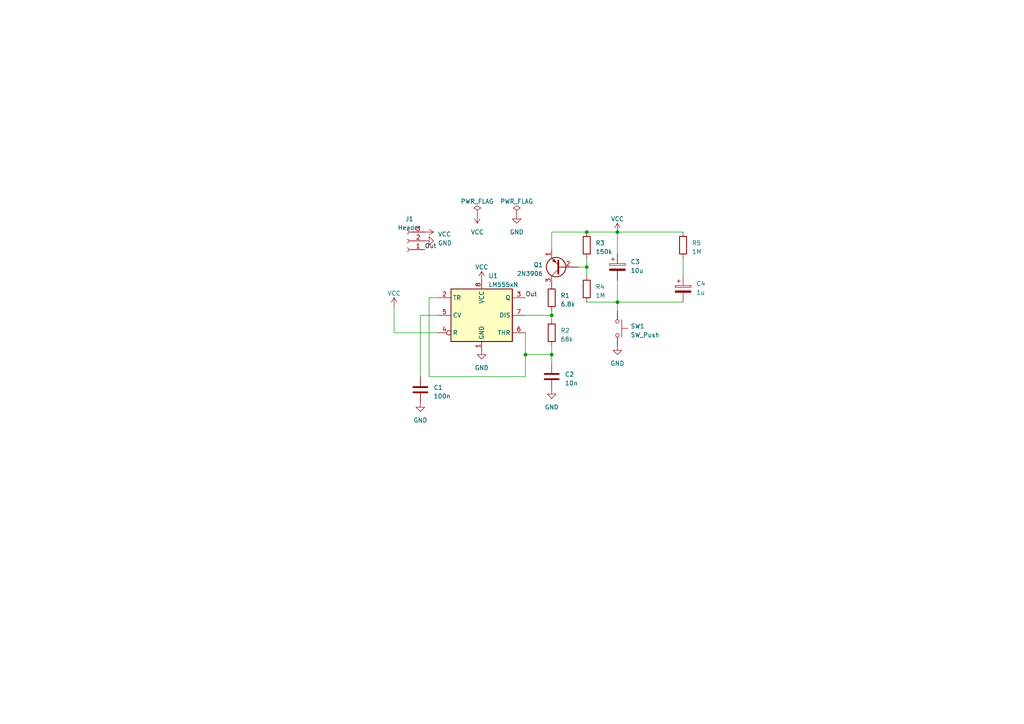
<source format=kicad_sch>
(kicad_sch (version 20230121) (generator eeschema)
  (paper "A4")
  (lib_symbols
    (symbol "Connector:Conn_01x03_Socket" (pin_names (offset 1.016) hide)
      (property "Reference" "J" (at 0 5.08 0))
      (property "Value" "Conn_01x03_Socket" (at 0 -5.08 0))
      (symbol "Conn_01x03_Socket_1_1"
        (arc (start 0 -2.032) (mid -0.5058 -2.54) (end 0 -3.048) (stroke (width 0.1524)))
        (polyline (pts (xy -1.27 -2.54) (xy -0.508 -2.54)) (stroke (width 0.1524)))
        (polyline (pts (xy -1.27 0) (xy -0.508 0)) (stroke (width 0.1524)))
        (polyline (pts (xy -1.27 2.54) (xy -0.508 2.54)) (stroke (width 0.1524)))
        (arc (start 0 0.508) (mid -0.5058 0) (end 0 -0.508) (stroke (width 0.1524)))
        (arc (start 0 3.048) (mid -0.5058 2.54) (end 0 2.032) (stroke (width 0.1524)))
        (pin passive line (at -5.08 2.54 0) (length 3.81) (name "Pin_1") (number "1"))
        (pin passive line (at -5.08 0 0) (length 3.81) (name "Pin_2") (number "2"))
        (pin passive line (at -5.08 -2.54 0) (length 3.81) (name "Pin_3") (number "3"))
      )
    )
    (symbol "Device:C" (pin_numbers hide) (pin_names (offset 0.254))
      (property "Reference" "C" (at 0.635 2.54 0))
      (property "Value" "C" (at 0.635 -2.54 0))
      (symbol "C_0_1"
        (polyline (pts (xy -2.032 -0.762) (xy 2.032 -0.762)) (stroke (width 0.508)))
        (polyline (pts (xy -2.032 0.762) (xy 2.032 0.762)) (stroke (width 0.508)))
      )
      (symbol "C_1_1"
        (pin passive line (at 0 3.81 270) (length 2.794) (name "~") (number "1"))
        (pin passive line (at 0 -3.81 90) (length 2.794) (name "~") (number "2"))
      )
    )
    (symbol "Device:C_Polarized" (pin_numbers hide) (pin_names (offset 0.254))
      (property "Reference" "C" (at 0.635 2.54 0))
      (property "Value" "C_Polarized" (at 0.635 -2.54 0))
      (symbol "C_Polarized_0_1"
        (rectangle (start -2.286 0.508) (end 2.286 1.016))
        (polyline (pts (xy -1.778 2.286) (xy -0.762 2.286)))
        (polyline (pts (xy -1.27 2.794) (xy -1.27 1.778)))
        (rectangle (start 2.286 -0.508) (end -2.286 -1.016) (fill (type outline)))
      )
      (symbol "C_Polarized_1_1"
        (pin passive line (at 0 3.81 270) (length 2.794) (name "~") (number "1"))
        (pin passive line (at 0 -3.81 90) (length 2.794) (name "~") (number "2"))
      )
    )
    (symbol "Device:Q_PNP_EBC" (pin_names (offset 0) hide)
      (property "Reference" "Q" (at 5.08 1.27 0))
      (property "Value" "Q_PNP_EBC" (at 5.08 -1.27 0))
      (symbol "Q_PNP_EBC_0_1"
        (polyline (pts (xy 0.635 0.635) (xy 2.54 2.54)))
        (polyline (pts (xy 0.635 -0.635) (xy 2.54 -2.54) (xy 2.54 -2.54)))
        (polyline (pts (xy 0.635 1.905) (xy 0.635 -1.905) (xy 0.635 -1.905)) (stroke (width 0.508)))
        (polyline (pts (xy 2.286 -1.778) (xy 1.778 -2.286) (xy 1.27 -1.27) (xy 2.286 -1.778) (xy 2.286 -1.778)) (fill (type outline)))
        (circle (center 1.27 0) (radius 2.8194) (stroke (width 0.254)))
      )
      (symbol "Q_PNP_EBC_1_1"
        (pin passive line (at 2.54 -5.08 90) (length 2.54) (name "E") (number "1"))
        (pin input line (at -5.08 0 0) (length 5.715) (name "B") (number "2"))
        (pin passive line (at 2.54 5.08 270) (length 2.54) (name "C") (number "3"))
      )
    )
    (symbol "Device:R" (pin_numbers hide) (pin_names (offset 0))
      (property "Reference" "R" (at 2.032 0 90))
      (property "Value" "R" (at 0 0 90))
      (symbol "R_0_1"
        (rectangle (start -1.016 -2.54) (end 1.016 2.54) (stroke (width 0.254)))
      )
      (symbol "R_1_1"
        (pin passive line (at 0 3.81 270) (length 1.27) (name "~") (number "1"))
        (pin passive line (at 0 -3.81 90) (length 1.27) (name "~") (number "2"))
      )
    )
    (symbol "Switch:SW_Push" (pin_numbers hide) (pin_names (offset 1.016) hide)
      (property "Reference" "SW" (at 1.27 2.54 0))
      (property "Value" "SW_Push" (at 0 -1.524 0))
      (symbol "SW_Push_0_1"
        (circle (center -2.032 0) (radius 0.508))
        (polyline (pts (xy 0 1.27) (xy 0 3.048)))
        (polyline (pts (xy 2.54 1.27) (xy -2.54 1.27)))
        (circle (center 2.032 0) (radius 0.508))
        (pin passive line (at -5.08 0 0) (length 2.54) (name "1") (number "1"))
        (pin passive line (at 5.08 0 180) (length 2.54) (name "2") (number "2"))
      )
    )
    (symbol "Timer:LM555xN"
      (property "Reference" "U" (at -10.16 8.89 0))
      (property "Value" "LM555xN" (at 2.54 8.89 0))
      (symbol "LM555xN_0_0"
        (pin power_in line (at 0 -10.16 90) (length 2.54) (name "GND") (number "1"))
        (pin power_in line (at 0 10.16 270) (length 2.54) (name "VCC") (number "8"))
      )
      (symbol "LM555xN_0_1"
        (rectangle (start -8.89 -7.62) (end 8.89 7.62) (stroke (width 0.254)) (fill (type background)))
        (rectangle (start -8.89 -7.62) (end 8.89 7.62) (stroke (width 0.254)) (fill (type background)))
      )
      (symbol "LM555xN_1_1"
        (pin input line (at -12.7 5.08 0) (length 3.81) (name "TR") (number "2"))
        (pin output line (at 12.7 5.08 180) (length 3.81) (name "Q") (number "3"))
        (pin input inverted (at -12.7 -5.08 0) (length 3.81) (name "R") (number "4"))
        (pin input line (at -12.7 0 0) (length 3.81) (name "CV") (number "5"))
        (pin input line (at 12.7 -5.08 180) (length 3.81) (name "THR") (number "6"))
        (pin input line (at 12.7 0 180) (length 3.81) (name "DIS") (number "7"))
      )
    )
    (symbol "power:GND" (power) (pin_names (offset 0))
      (property "Value" "GND" (at 0 -3.81 0))
      (symbol "GND_0_1"
        (polyline (pts (xy 0 0) (xy 0 -1.27) (xy 1.27 -1.27) (xy 0 -2.54) (xy -1.27 -1.27) (xy 0 -1.27)))
      )
      (symbol "GND_1_1"
        (pin power_in line (at 0 0 270) (length 0) hide (name "GND") (number "1"))
      )
    )
    (symbol "power:PWR_FLAG" (power) (pin_numbers hide) (pin_names (offset 0) hide)
      (property "Value" "PWR_FLAG" (at 0 3.81 0))
      (symbol "PWR_FLAG_0_0"
        (pin power_out line (at 0 0 90) (length 0) (name "pwr") (number "1"))
      )
      (symbol "PWR_FLAG_0_1"
        (polyline (pts (xy 0 0) (xy 0 1.27) (xy -1.016 1.905) (xy 0 2.54) (xy 1.016 1.905) (xy 0 1.27)))
      )
    )
    (symbol "power:VCC" (power) (pin_names (offset 0))
      (property "Value" "VCC" (at 0 3.81 0))
      (symbol "VCC_0_1"
        (polyline (pts (xy -0.762 1.27) (xy 0 2.54)))
        (polyline (pts (xy 0 0) (xy 0 2.54)))
        (polyline (pts (xy 0 2.54) (xy 0.762 1.27)))
      )
      (symbol "VCC_1_1"
        (pin power_in line (at 0 0 90) (length 0) hide (name "VCC") (number "1"))
      )
    )
  )
  (junction (at 179.07 67.31))
  (junction (at 170.18 67.31))
  (junction (at 152.4 102.87))
  (junction (at 160.02 91.44))
  (junction (at 160.02 102.87))
  (junction (at 170.18 77.47))
  (junction (at 179.07 87.63))
  (wire (pts (xy 160.02 102.87) (xy 160.02 105.41)))
  (wire (pts (xy 160.02 72.39) (xy 160.02 67.31)))
  (wire (pts (xy 152.4 102.87) (xy 160.02 102.87)))
  (wire (pts (xy 152.4 96.52) (xy 152.4 102.87)))
  (wire (pts (xy 160.02 67.31) (xy 170.18 67.31)))
  (wire (pts (xy 127 86.36) (xy 124.46 86.36)))
  (wire (pts (xy 170.18 87.63) (xy 179.07 87.63)))
  (wire (pts (xy 198.12 74.93) (xy 198.12 80.01)))
  (wire (pts (xy 124.46 86.36) (xy 124.46 109.22)))
  (wire (pts (xy 170.18 77.47) (xy 170.18 80.01)))
  (wire (pts (xy 179.07 67.31) (xy 198.12 67.31)))
  (wire (pts (xy 114.3 88.9) (xy 114.3 96.52)))
  (wire (pts (xy 179.07 81.28) (xy 179.07 87.63)))
  (wire (pts (xy 179.07 87.63) (xy 198.12 87.63)))
  (wire (pts (xy 170.18 67.31) (xy 179.07 67.31)))
  (wire (pts (xy 170.18 74.93) (xy 170.18 77.47)))
  (wire (pts (xy 179.07 87.63) (xy 179.07 90.17)))
  (wire (pts (xy 124.46 109.22) (xy 152.4 109.22)))
  (wire (pts (xy 160.02 91.44) (xy 160.02 92.71)))
  (wire (pts (xy 114.3 96.52) (xy 127 96.52)))
  (wire (pts (xy 127 91.44) (xy 121.92 91.44)))
  (wire (pts (xy 152.4 109.22) (xy 152.4 102.87)))
  (wire (pts (xy 152.4 91.44) (xy 160.02 91.44)))
  (wire (pts (xy 179.07 67.31) (xy 179.07 73.66)))
  (wire (pts (xy 160.02 90.17) (xy 160.02 91.44)))
  (wire (pts (xy 167.64 77.47) (xy 170.18 77.47)))
  (wire (pts (xy 160.02 100.33) (xy 160.02 102.87)))
  (wire (pts (xy 121.92 91.44) (xy 121.92 109.22)))
  (label "Out" (at 152.4 86.36 0))
  (label "Out" (at 123.19 72.39 0))
  (symbol (lib_id "power:VCC") (at 114.3 88.9 0) (unit 1)
    (property "Reference" "#PWR07" (effects hide))
    (property "Value" "VCC" (at 114.3 85.09 0))
  )
  (symbol (lib_id "Connector:Conn_01x03_Socket") (at 118.11 69.85 180) (unit 1)
    (property "Reference" "J1" (at 118.745 63.5 0))
    (property "Value" "Header" (at 118.745 66.04 0))
    (property "Footprint" "Connector_PinHeader_2.54mm:PinHeader_1x03_P2.54mm_Vertical" (effects hide))
  )
  (symbol (lib_id "Device:Q_PNP_EBC") (at 162.56 77.47 180) (unit 1)
    (property "Reference" "Q1" (at 157.48 76.835 0) (effects (justify left)))
    (property "Value" "2N3906" (at 157.48 79.375 0) (effects (justify left)))
    (property "Footprint" "Package_TO_SOT_THT:TO-92L_HandSolder" (effects hide))
  )
  (symbol (lib_id "Device:C") (at 121.92 113.03 0) (unit 1)
    (property "Reference" "C1" (at 125.73 112.395 0) (effects (justify left)))
    (property "Value" "100n" (at 125.73 114.935 0) (effects (justify left)))
    (property "Footprint" "Capacitor_THT:C_Disc_D5.0mm_W2.5mm_P2.50mm" (effects hide))
  )
  (symbol (lib_id "power:GND") (at 123.19 69.85 90) (unit 1)
    (property "Reference" "#PWR09" (effects hide))
    (property "Value" "GND" (at 127 70.485 90) (effects (justify right)))
  )
  (symbol (lib_id "Device:C_Polarized") (at 179.07 77.47 0) (unit 1)
    (property "Reference" "C3" (at 182.88 75.946 0) (effects (justify left)))
    (property "Value" "10u" (at 182.88 78.486 0) (effects (justify left)))
    (property "Footprint" "Capacitor_THT:CP_Radial_D5.0mm_P2.00mm" (effects hide))
  )
  (symbol (lib_id "Switch:SW_Push") (at 179.07 95.25 270) (unit 1)
    (property "Reference" "SW1" (at 182.88 94.615 90) (effects (justify left)))
    (property "Value" "SW_Push" (at 182.88 97.155 90) (effects (justify left)))
    (property "Footprint" "Button_Switch_THT:SW_PUSH_6mm" (effects hide))
  )
  (symbol (lib_id "Device:R") (at 160.02 96.52 0) (unit 1)
    (property "Reference" "R2" (at 162.56 95.885 0) (effects (justify left)))
    (property "Value" "68k" (at 162.56 98.425 0) (effects (justify left)))
    (property "Footprint" "Resistor_THT:R_Axial_DIN0207_L6.3mm_D2.5mm_P10.16mm_Horizontal" (effects hide))
  )
  (symbol (lib_id "Device:C") (at 160.02 109.22 0) (unit 1)
    (property "Reference" "C2" (at 163.83 108.585 0) (effects (justify left)))
    (property "Value" "10n" (at 163.83 111.125 0) (effects (justify left)))
    (property "Footprint" "Capacitor_THT:C_Disc_D5.0mm_W2.5mm_P2.50mm" (effects hide))
  )
  (symbol (lib_id "power:VCC") (at 138.43 62.23 180) (unit 1)
    (property "Reference" "#PWR010" (effects hide))
    (property "Value" "VCC" (at 138.43 67.31 0))
  )
  (symbol (lib_id "Device:R") (at 170.18 83.82 0) (unit 1)
    (property "Reference" "R4" (at 172.72 83.185 0) (effects (justify left)))
    (property "Value" "1M" (at 172.72 85.725 0) (effects (justify left)))
    (property "Footprint" "Resistor_THT:R_Axial_DIN0207_L6.3mm_D2.5mm_P10.16mm_Horizontal" (effects hide))
  )
  (symbol (lib_id "power:GND") (at 160.02 113.03 0) (unit 1)
    (property "Reference" "#PWR04" (effects hide))
    (property "Value" "GND" (at 160.02 118.11 0))
  )
  (symbol (lib_id "Device:R") (at 198.12 71.12 0) (unit 1)
    (property "Reference" "R5" (at 200.66 70.485 0) (effects (justify left)))
    (property "Value" "1M" (at 200.66 73.025 0) (effects (justify left)))
    (property "Footprint" "Resistor_THT:R_Axial_DIN0207_L6.3mm_D2.5mm_P10.16mm_Horizontal" (effects hide))
  )
  (symbol (lib_id "power:GND") (at 121.92 116.84 0) (unit 1)
    (property "Reference" "#PWR03" (effects hide))
    (property "Value" "GND" (at 121.92 121.92 0))
  )
  (symbol (lib_id "power:GND") (at 139.7 101.6 0) (unit 1)
    (property "Reference" "#PWR02" (effects hide))
    (property "Value" "GND" (at 139.7 106.68 0))
  )
  (symbol (lib_id "power:PWR_FLAG") (at 149.86 62.23 0) (unit 1)
    (property "Reference" "#FLG02" (effects hide))
    (property "Value" "PWR_FLAG" (at 149.86 58.42 0))
  )
  (symbol (lib_id "power:VCC") (at 123.19 67.31 270) (unit 1)
    (property "Reference" "#PWR08" (effects hide))
    (property "Value" "VCC" (at 127 67.945 90) (effects (justify left)))
  )
  (symbol (lib_id "power:PWR_FLAG") (at 138.43 62.23 0) (unit 1)
    (property "Reference" "#FLG01" (effects hide))
    (property "Value" "PWR_FLAG" (at 138.43 58.42 0))
  )
  (symbol (lib_id "power:GND") (at 179.07 100.33 0) (unit 1)
    (property "Reference" "#PWR05" (effects hide))
    (property "Value" "GND" (at 179.07 105.41 0))
  )
  (symbol (lib_id "Device:C_Polarized") (at 198.12 83.82 0) (unit 1)
    (property "Reference" "C4" (at 201.93 82.296 0) (effects (justify left)))
    (property "Value" "1u" (at 201.93 84.836 0) (effects (justify left)))
    (property "Footprint" "Capacitor_THT:CP_Radial_D5.0mm_P2.00mm" (effects hide))
  )
  (symbol (lib_id "power:VCC") (at 139.7 81.28 0) (unit 1)
    (property "Reference" "#PWR01" (effects hide))
    (property "Value" "VCC" (at 139.7 77.47 0))
  )
  (symbol (lib_id "power:VCC") (at 179.07 67.31 0) (unit 1)
    (property "Reference" "#PWR06" (effects hide))
    (property "Value" "VCC" (at 179.07 63.5 0))
  )
  (symbol (lib_id "power:GND") (at 149.86 62.23 0) (unit 1)
    (property "Reference" "#PWR011" (effects hide))
    (property "Value" "GND" (at 149.86 67.31 0))
  )
  (symbol (lib_id "Timer:LM555xN") (at 139.7 91.44 0) (unit 1)
    (property "Reference" "U1" (at 141.6559 80.01 0) (effects (justify left)))
    (property "Value" "LM555xN" (at 141.6559 82.55 0) (effects (justify left)))
    (property "Footprint" "Package_DIP:DIP-8_W7.62mm" (effects hide))
    (property "Datasheet" "http://www.ti.com/lit/ds/symlink/lm555.pdf" (effects hide))
  )
  (symbol (lib_id "Device:R") (at 160.02 86.36 0) (unit 1)
    (property "Reference" "R1" (at 162.56 85.725 0) (effects (justify left)))
    (property "Value" "6.8k" (at 162.56 88.265 0) (effects (justify left)))
    (property "Footprint" "Resistor_THT:R_Axial_DIN0207_L6.3mm_D2.5mm_P10.16mm_Horizontal" (effects hide))
  )
  (symbol (lib_id "Device:R") (at 170.18 71.12 0) (unit 1)
    (property "Reference" "R3" (at 172.72 70.485 0) (effects (justify left)))
    (property "Value" "150k" (at 172.72 73.025 0) (effects (justify left)))
    (property "Footprint" "Resistor_THT:R_Axial_DIN0207_L6.3mm_D2.5mm_P10.16mm_Horizontal" (effects hide))
  )
)
</source>
